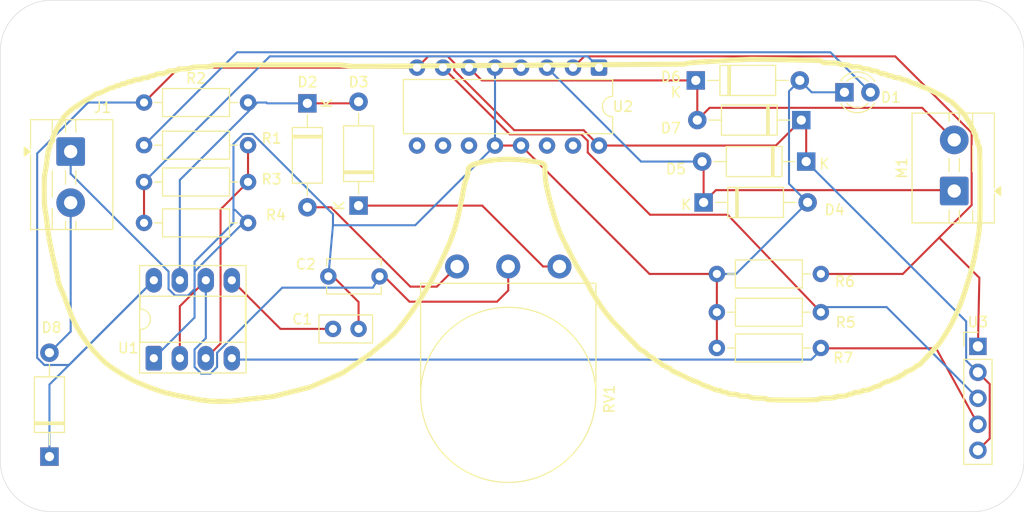
<source format=kicad_pcb>
(kicad_pcb (version 20241229) (generator "pcbnew") (generator_version "9.0")
  (layers (0 "F.Cu" signal) (2 "B.Cu" signal) (13 "F.Paste" user) (15 "B.Paste" user) (5 "F.SilkS" user "F.Silkscreen") (7 "B.SilkS" user "B.Silkscreen") (1 "F.Mask" user) (3 "B.Mask" user) (25 "Edge.Cuts" user))
  (net 0 "")
  (net 1 "Net-(U1-CV)")
  (net 2 "GND")
  (net 3 "Net-(U1-THR)")
  (net 4 "Net-(D1-A)")
  (net 5 "Net-(D2-A)")
  (net 6 "Net-(D2-K)")
  (net 7 "Net-(D3-K)")
  (net 8 "Net-(D4-K)")
  (net 9 "Net-(D6-K)")
  (net 10 "Net-(U1-Q)")
  (net 11 "Net-(U2-EN1,2)")
  (net 12 "Net-(U2-2A)")
  (net 13 "Net-(U2-1A)")
  (net 14 "Net-(U1-R)")
  (net 20 "+9V")
  (net 21 "VCC")
  (footprint "Capacitor_THT:C_Disc_D5.1mm_W3.2mm_P5.00mm" (layer "F.Cu") (at 89.5039 76.899 180)
    (property "Reference" "C2" (at 7.21118 1.183229 0) (layer "F.SilkS"))
    (property "Value" "470p")
    (pad "1" thru_hole circle (at 0 0 180) (size 1.6 1.6) (drill 0.8) (layers "*.Cu" "*.Mask") (net 3 "Net-(U1-THR)"))
    (pad "2" thru_hole circle (at 5 0 180) (size 1.6 1.6) (drill 0.8) (layers "*.Cu" "*.Mask") (net 2 "GND"))
  )
  (footprint "Diode_THT:D_A-405_P10.16mm_Horizontal" (layer "F.Cu") (at 120.394639 57.737081)
    (property "Reference" "D6" (at -2.440739 -0.338081 0) (layer "F.SilkS"))
    (property "Value" "4007")
    (fp_text user "K" (at -1.940739 1.161919 0) (layer "F.SilkS"))
    (pad "1" thru_hole rect (at 0 0) (size 1.8 1.8) (drill 0.9) (layers "*.Cu" "*.Mask") (net 9 "Net-(D6-K)"))
    (pad "2" thru_hole oval (at 10.16 0) (size 1.8 1.8) (drill 0.9) (layers "*.Cu" "*.Mask") (net 2 "GND"))
  )
  (footprint "Package_DIP:DIP-8_W7.62mm_Socket_LongPads" (layer "F.Cu") (at 67.4539 84.899 90)
    (property "Reference" "U1" (at 1 -2.5 180) (layer "F.SilkS"))
    (property "Value" "555")
    (pad "1" thru_hole roundrect (at 0 0 90) (size 2.4 1.6) (drill 0.8) (layers "*.Cu" "*.Mask") (roundrect_rratio 0.15625) (net 2 "GND"))
    (pad "2" thru_hole oval (at 0 2.54 90) (size 2.4 1.6) (drill 0.8) (layers "*.Cu" "*.Mask") (net 3 "Net-(U1-THR)"))
    (pad "3" thru_hole oval (at 0 5.08 90) (size 2.4 1.6) (drill 0.8) (layers "*.Cu" "*.Mask") (net 10 "Net-(U1-Q)"))
    (pad "4" thru_hole oval (at 0 7.62 90) (size 2.4 1.6) (drill 0.8) (layers "*.Cu" "*.Mask") (net 14 "Net-(U1-R)"))
    (pad "5" thru_hole oval (at 7.62 7.62 90) (size 2.4 1.6) (drill 0.8) (layers "*.Cu" "*.Mask") (net 1 "Net-(U1-CV)"))
    (pad "6" thru_hole oval (at 7.62 5.08 90) (size 2.4 1.6) (drill 0.8) (layers "*.Cu" "*.Mask") (net 3 "Net-(U1-THR)"))
    (pad "7" thru_hole oval (at 7.62 2.54 90) (size 2.4 1.6) (drill 0.8) (layers "*.Cu" "*.Mask") (net 6 "Net-(D2-K)"))
    (pad "8" thru_hole oval (at 7.62 0 90) (size 2.4 1.6) (drill 0.8) (layers "*.Cu" "*.Mask") (net 21 "VCC"))
  )
  (footprint "Diode_THT:D_A-405_P10.16mm_Horizontal" (layer "F.Cu") (at 130.701552 61.617072 180)
    (property "Reference" "D7" (at 12.747652 -0.781928 0) (layer "F.SilkS"))
    (property "Value" "4007" (hide yes))
    (pad "1" thru_hole rect (at 0 0 180) (size 1.8 1.8) (drill 0.9) (layers "*.Cu" "*.Mask") (net 21 "VCC"))
    (pad "2" thru_hole oval (at 10.16 0 180) (size 1.8 1.8) (drill 0.9) (layers "*.Cu" "*.Mask") (net 9 "Net-(D6-K)"))
  )
  (footprint "Resistor_THT:R_Axial_DIN0207_L6.3mm_D2.5mm_P10.16mm_Horizontal" (layer "F.Cu") (at 122.4539 80.399)
    (property "Reference" "R5" (at 12.58 1 180) (layer "F.SilkS"))
    (property "Value" "470k")
    (pad "1" thru_hole circle (at 0 0) (size 1.6 1.6) (drill 0.8) (layers "*.Cu" "*.Mask") (net 2 "GND"))
    (pad "2" thru_hole oval (at 10.16 0) (size 1.6 1.6) (drill 0.8) (layers "*.Cu" "*.Mask") (net 12 "Net-(U2-2A)"))
  )
  (footprint "LED_THT:LED_D3.0mm_Clear" (layer "F.Cu") (at 134.9139 58.899)
    (property "Reference" "D1" (at 4.54 0.5 0) (layer "F.SilkS"))
    (property "Value" "LED")
    (pad "1" thru_hole rect (at 0 0) (size 1.8 1.8) (drill 0.9) (layers "*.Cu" "*.Mask") (net 2 "GND"))
    (pad "2" thru_hole circle (at 2.54 0) (size 1.8 1.8) (drill 0.9) (layers "*.Cu" "*.Mask") (net 4 "Net-(D1-A)"))
  )
  (footprint "Capacitor_THT:C_Disc_D5.0mm_W2.5mm_P2.50mm" (layer "F.Cu") (at 84.9539 82.032326)
    (property "Reference" "C1" (at -3 -0.951223 0) (layer "F.SilkS"))
    (property "Value" "100n")
    (pad "1" thru_hole circle (at 0 0) (size 1.6 1.6) (drill 0.8) (layers "*.Cu" "*.Mask") (net 1 "Net-(U1-CV)"))
    (pad "2" thru_hole circle (at 2.5 0) (size 1.6 1.6) (drill 0.8) (layers "*.Cu" "*.Mask") (net 2 "GND"))
  )
  (footprint "TerminalBlock:TerminalBlock_MaiXu_MX126-5.0-02P_1x02_P5.00mm" (layer "F.Cu") (at 145.639567 68.551775 90)
    (property "Reference" "M1" (at 2.25 -5.12 90) (layer "F.SilkS"))
    (property "Value" "Motorreductor")
    (pad "1" thru_hole roundrect (at 0 0 90) (size 2.8 2.8) (drill 1.3) (layers "*.Cu" "*.Mask") (roundrect_rratio 0.089286) (net 8 "Net-(D4-K)"))
    (pad "2" thru_hole circle (at 5 0 90) (size 2.8 2.8) (drill 1.3) (layers "*.Cu" "*.Mask") (net 9 "Net-(D6-K)"))
  )
  (footprint "Connector_PinHeader_2.54mm:PinHeader_1x05_P2.54mm_Vertical" (layer "F.Cu") (at 147.9539 83.739)
    (property "Reference" "U3" (at 0 -2.38 0) (layer "F.SilkS"))
    (property "Value" "mst303")
    (pad "1" thru_hole rect (at 0 0) (size 1.7 1.7) (drill 1) (layers "*.Cu" "*.Mask") (net 13 "Net-(U2-1A)"))
    (pad "2" thru_hole circle (at 0 2.54) (size 1.7 1.7) (drill 1) (layers "*.Cu" "*.Mask") (net 21 "VCC"))
    (pad "3" thru_hole circle (at 0 5.08) (size 1.7 1.7) (drill 1) (layers "*.Cu" "*.Mask") (net 12 "Net-(U2-2A)"))
    (pad "4" thru_hole circle (at 0 7.62) (size 1.7 1.7) (drill 1) (layers "*.Cu" "*.Mask") (net 14 "Net-(U1-R)"))
    (pad "5" thru_hole circle (at 0 10.16) (size 1.7 1.7) (drill 1) (layers "*.Cu" "*.Mask") (net 21 "VCC"))
  )
  (footprint "Resistor_THT:R_Axial_DIN0207_L6.3mm_D2.5mm_P10.16mm_Horizontal" (layer "F.Cu") (at 66.497108 71.666498)
    (property "Reference" "R4" (at 12.880081 -0.767498 0) (layer "F.SilkS"))
    (property "Value" "100k")
    (pad "1" thru_hole circle (at 0 0) (size 1.6 1.6) (drill 0.8) (layers "*.Cu" "*.Mask") (net 11 "Net-(U2-EN1,2)"))
    (pad "2" thru_hole oval (at 10.16 0) (size 1.6 1.6) (drill 0.8) (layers "*.Cu" "*.Mask") (net 2 "GND"))
  )
  (footprint "Resistor_THT:R_Axial_DIN0207_L6.3mm_D2.5mm_P10.16mm_Horizontal" (layer "F.Cu") (at 66.497108 59.899)
    (property "Reference" "R2" (at 5.08 -2.37 0) (layer "F.SilkS"))
    (property "Value" "10k")
    (pad "1" thru_hole circle (at 0 0) (size 1.6 1.6) (drill 0.8) (layers "*.Cu" "*.Mask") (net 21 "VCC"))
    (pad "2" thru_hole oval (at 10.16 0) (size 1.6 1.6) (drill 0.8) (layers "*.Cu" "*.Mask") (net 6 "Net-(D2-K)"))
  )
  (footprint "Diode_THT:D_A-405_P10.16mm_Horizontal" (layer "F.Cu") (at 82.4539 59.979 -90)
    (property "Reference" "D2" (at -2.08 0 180) (layer "F.SilkS"))
    (property "Value" "4007" (hide yes))
    (fp_text user "K" (at 0 -1.9 90) (layer "F.SilkS"))
    (pad "1" thru_hole rect (at 0 0 270) (size 1.8 1.8) (drill 0.9) (layers "*.Cu" "*.Mask") (net 6 "Net-(D2-K)"))
    (pad "2" thru_hole oval (at 10.16 0 270) (size 1.8 1.8) (drill 0.9) (layers "*.Cu" "*.Mask") (net 5 "Net-(D2-A)"))
  )
  (footprint "Package_DIP:DIP-16_W7.62mm" (layer "F.Cu") (at 110.941579 56.48566 -90)
    (property "Reference" "U2" (at 3.81 -2.33 180) (layer "F.SilkS"))
    (property "Value" "L293D")
    (pad "1" thru_hole roundrect (at 0 0 270) (size 1.6 1.6) (drill 0.8) (layers "*.Cu" "*.Mask") (roundrect_rratio 0.15625) (net 11 "Net-(U2-EN1,2)"))
    (pad "2" thru_hole circle (at 0 2.54 270) (size 1.6 1.6) (drill 0.8) (layers "*.Cu" "*.Mask") (net 13 "Net-(U2-1A)"))
    (pad "3" thru_hole circle (at 0 5.08 270) (size 1.6 1.6) (drill 0.8) (layers "*.Cu" "*.Mask") (net 8 "Net-(D4-K)"))
    (pad "4" thru_hole circle (at 0 7.62 270) (size 1.6 1.6) (drill 0.8) (layers "*.Cu" "*.Mask") (net 2 "GND"))
    (pad "5" thru_hole circle (at 0 10.16 270) (size 1.6 1.6) (drill 0.8) (layers "*.Cu" "*.Mask") (net 2 "GND"))
    (pad "6" thru_hole circle (at 0 12.7 270) (size 1.6 1.6) (drill 0.8) (layers "*.Cu" "*.Mask") (net 9 "Net-(D6-K)"))
    (pad "7" thru_hole circle (at 0 15.24 270) (size 1.6 1.6) (drill 0.8) (layers "*.Cu" "*.Mask") (net 12 "Net-(U2-2A)"))
    (pad "8" thru_hole circle (at 0 17.78 270) (size 1.6 1.6) (drill 0.8) (layers "*.Cu" "*.Mask") (net 21 "VCC"))
    (pad "9" thru_hole circle (at 7.62 17.78 270) (size 1.6 1.6) (drill 0.8) (layers "*.Cu" "*.Mask"))
    (pad "10" thru_hole circle (at 7.62 15.24 270) (size 1.6 1.6) (drill 0.8) (layers "*.Cu" "*.Mask"))
    (pad "11" thru_hole circle (at 7.62 12.7 270) (size 1.6 1.6) (drill 0.8) (layers "*.Cu" "*.Mask"))
    (pad "12" thru_hole circle (at 7.62 10.16 270) (size 1.6 1.6) (drill 0.8) (layers "*.Cu" "*.Mask") (net 2 "GND"))
    (pad "13" thru_hole circle (at 7.62 7.62 270) (size 1.6 1.6) (drill 0.8) (layers "*.Cu" "*.Mask") (net 2 "GND"))
    (pad "14" thru_hole circle (at 7.62 5.08 270) (size 1.6 1.6) (drill 0.8) (layers "*.Cu" "*.Mask"))
    (pad "15" thru_hole circle (at 7.62 2.54 270) (size 1.6 1.6) (drill 0.8) (layers "*.Cu" "*.Mask"))
    (pad "16" thru_hole circle (at 7.62 0 270) (size 1.6 1.6) (drill 0.8) (layers "*.Cu" "*.Mask") (net 21 "VCC"))
  )
  (footprint "Diode_THT:D_A-405_P10.16mm_Horizontal" (layer "F.Cu") (at 57.259245 94.519 90)
    (property "Reference" "D8" (at 12.62 0.194655 180) (layer "F.SilkS"))
    (property "Value" "4007")
    (pad "1" thru_hole rect (at 0 0 90) (size 1.8 1.8) (drill 0.9) (layers "*.Cu" "*.Mask") (net 21 "VCC"))
    (pad "2" thru_hole oval (at 10.16 0 90) (size 1.8 1.8) (drill 0.9) (layers "*.Cu" "*.Mask") (net 20 "+9V"))
  )
  (footprint "Diode_THT:D_A-405_P10.16mm_Horizontal" (layer "F.Cu") (at 121.158586 69.666418)
    (property "Reference" "D4" (at 12.795314 0.732582 0) (layer "F.SilkS"))
    (property "Value" "4007" (hide yes))
    (fp_text user "K" (at -1.704686 0.232582 0) (layer "F.SilkS"))
    (pad "1" thru_hole rect (at 0 0) (size 1.8 1.8) (drill 0.9) (layers "*.Cu" "*.Mask") (net 8 "Net-(D4-K)"))
    (pad "2" thru_hole oval (at 10.16 0) (size 1.8 1.8) (drill 0.9) (layers "*.Cu" "*.Mask") (net 2 "GND"))
  )
  (footprint "Resistor_THT:R_Axial_DIN0207_L6.3mm_D2.5mm_P10.16mm_Horizontal" (layer "F.Cu") (at 122.4539 76.659568)
    (property "Reference" "R6" (at 12.5 0.739432 180) (layer "F.SilkS"))
    (property "Value" "470k" (hide yes))
    (pad "1" thru_hole circle (at 0 0) (size 1.6 1.6) (drill 0.8) (layers "*.Cu" "*.Mask") (net 2 "GND"))
    (pad "2" thru_hole oval (at 10.16 0) (size 1.6 1.6) (drill 0.8) (layers "*.Cu" "*.Mask") (net 13 "Net-(U2-1A)"))
  )
  (footprint "Resistor_THT:R_Axial_DIN0207_L6.3mm_D2.5mm_P10.16mm_Horizontal" (layer "F.Cu") (at 76.657108 64.070328 180)
    (property "Reference" "R1" (at -2.296792 0.671328 0) (layer "F.SilkS"))
    (property "Value" "1k")
    (pad "1" thru_hole circle (at 0 0 180) (size 1.6 1.6) (drill 0.8) (layers "*.Cu" "*.Mask") (net 10 "Net-(U1-Q)"))
    (pad "2" thru_hole oval (at 10.16 0 180) (size 1.6 1.6) (drill 0.8) (layers "*.Cu" "*.Mask") (net 4 "Net-(D1-A)"))
  )
  (footprint "Resistor_THT:R_Axial_DIN0207_L6.3mm_D2.5mm_P10.16mm_Horizontal" (layer "F.Cu") (at 122.4539 83.899)
    (property "Reference" "R7" (at 12.339982 0.967238 180) (layer "F.SilkS"))
    (property "Value" "100k")
    (pad "1" thru_hole circle (at 0 0) (size 1.6 1.6) (drill 0.8) (layers "*.Cu" "*.Mask") (net 2 "GND"))
    (pad "2" thru_hole oval (at 10.16 0) (size 1.6 1.6) (drill 0.8) (layers "*.Cu" "*.Mask") (net 14 "Net-(U1-R)"))
  )
  (footprint "Diode_THT:D_A-405_P10.16mm_Horizontal" (layer "F.Cu") (at 131.178053 65.670384 180)
    (property "Reference" "D5" (at 12.724153 -0.728616 0) (layer "F.SilkS"))
    (property "Value" "4007" (hide yes))
    (fp_text user "K" (at -1.775847 -0.228616 0) (layer "F.SilkS"))
    (pad "1" thru_hole rect (at 0 0 180) (size 1.8 1.8) (drill 0.9) (layers "*.Cu" "*.Mask") (net 21 "VCC"))
    (pad "2" thru_hole oval (at 10.16 0 180) (size 1.8 1.8) (drill 0.9) (layers "*.Cu" "*.Mask") (net 8 "Net-(D4-K)"))
  )
  (footprint "TerminalBlock:TerminalBlock_MaiXu_MX126-5.0-02P_1x02_P5.00mm" (layer "F.Cu") (at 59.332944 64.693835 -90)
    (property "Reference" "J1" (at -4.294835 -3.120956 180) (layer "F.SilkS"))
    (property "Value" "Batería 9v")
    (pad "1" thru_hole roundrect (at 0 0 270) (size 2.8 2.8) (drill 1.3) (layers "*.Cu" "*.Mask") (roundrect_rratio 0.089286) (net 2 "GND"))
    (pad "2" thru_hole circle (at 5 0 270) (size 2.8 2.8) (drill 1.3) (layers "*.Cu" "*.Mask") (net 20 "+9V"))
  )
  (footprint "Resistor_THT:R_Axial_DIN0207_L6.3mm_D2.5mm_P10.16mm_Horizontal" (layer "F.Cu") (at 76.657108 67.666498 180)
    (property "Reference" "R3" (at -2.296792 0.267498 0) (layer "F.SilkS"))
    (property "Value" "1k")
    (pad "1" thru_hole circle (at 0 0 180) (size 1.6 1.6) (drill 0.8) (layers "*.Cu" "*.Mask") (net 10 "Net-(U1-Q)"))
    (pad "2" thru_hole oval (at 10.16 0 180) (size 1.6 1.6) (drill 0.8) (layers "*.Cu" "*.Mask") (net 11 "Net-(U2-EN1,2)"))
  )
  (footprint "Potentiometer_THT:Potentiometer_Omeg_PC16BU_Vertical" (layer "F.Cu") (at 97.074328 75.930214 -90)
    (property "Reference" "RV1" (at 12.968786 -14.879572 270) (layer "F.SilkS"))
    (property "Value" "500k")
    (pad "1" thru_hole circle (at 0 0 270) (size 2.34 2.34) (drill 1.3) (layers "*.Cu" "*.Mask") (net 5 "Net-(D2-A)"))
    (pad "2" thru_hole circle (at 0 -5 270) (size 2.34 2.34) (drill 1.3) (layers "*.Cu" "*.Mask") (net 3 "Net-(U1-THR)"))
    (pad "3" thru_hole circle (at 0 -10 270) (size 2.34 2.34) (drill 1.3) (layers "*.Cu" "*.Mask") (net 7 "Net-(D3-K)"))
  )
  (footprint "Diode_THT:D_A-405_P10.16mm_Horizontal" (layer "F.Cu") (at 87.4539 69.979 90)
    (property "Reference" "D3" (at 12.08 0 180) (layer "F.SilkS"))
    (property "Value" "4007")
    (fp_text user "K" (at 0 -1.9 90) (layer "F.SilkS"))
    (pad "1" thru_hole rect (at 0 0 90) (size 1.8 1.8) (drill 0.9) (layers "*.Cu" "*.Mask") (net 7 "Net-(D3-K)"))
    (pad "2" thru_hole oval (at 10.16 0 90) (size 1.8 1.8) (drill 0.9) (layers "*.Cu" "*.Mask") (net 6 "Net-(D2-K)"))
  )
  (gr_poly (pts (xy 129.022968 55.711672) (xy 132.540823 55.793954) (xy 132.80014 55.942805) (xy 132.849675 55.975191) (xy 133.059576 56.000378) (xy 133.316978 56.01837) (xy 133.612641 56.024365) (xy 133.909026 56.031325) (xy 134.168467 56.052793) (xy 134.37789 56.082899) (xy 134.434501 56.121041) (xy 134.482599 56.158586) (xy 134.601223 56.189289) (xy 134.751394 56.21064) (xy 134.917996 56.217716) (xy 135.084598 56.224795) (xy 135.234769 56.246144) (xy 135.353398 56.276849) (xy 135.401496 56.314392) (xy 135.452712 56.352173) (xy 135.596517 56.382759) (xy 135.777879 56.40411) (xy 135.981544 56.411067) (xy 136.185328 56.418146) (xy 136.366685 56.439492) (xy 136.510496 56.469961) (xy 136.561712 56.50774) (xy 136.608014 56.545286) (xy 136.714285 56.57611) (xy 136.848742 56.597461) (xy 136.996875 56.604538) (xy 137.145007 56.611617) (xy 137.279459 56.632844) (xy 137.385735 56.663671) (xy 137.432033 56.701213) (xy 137.475814 56.738515) (xy 137.568404 56.769461) (xy 137.685357 56.790813) (xy 137.812613 56.797889) (xy 137.944316 56.808566) (xy 138.074576 56.840469) (xy 138.185049 56.887247) (xy 138.253893 56.942904) (xy 138.322738 56.998555) (xy 138.433092 57.045335) (xy 138.563471 57.077239) (xy 138.695168 57.087913) (xy 138.82231 57.095109) (xy 138.939252 57.116341) (xy 139.031972 57.147284) (xy 139.075748 57.184589) (xy 139.114736 57.221771) (xy 139.18562 57.252959) (xy 139.273302 57.274188) (xy 139.365778 57.281384) (xy 139.458373 57.28846) (xy 139.546055 57.309689) (xy 139.616944 57.340877) (xy 139.655926 57.378059) (xy 139.702338 57.415483) (xy 139.810051 57.446307) (xy 139.946433 57.467658) (xy 140.096719 57.474735) (xy 140.242812 57.481694) (xy 140.365871 57.503162) (xy 140.453673 57.533987) (xy 140.477787 57.57141) (xy 140.495291 57.608471) (xy 140.547949 57.639658) (xy 140.625198 57.661009) (xy 140.71659 57.668086) (xy 140.832095 57.681398) (xy 140.986344 57.724938) (xy 141.150316 57.78743) (xy 141.299647 57.861434) (xy 141.441653 57.935563) (xy 141.583669 57.998052) (xy 141.708045 58.043032) (xy 141.783136 58.054907) (xy 141.858217 58.06678) (xy 141.982604 58.111641) (xy 142.12462 58.174252) (xy 142.266636 58.248256) (xy 142.406722 58.322263) (xy 142.543104 58.384874) (xy 142.660529 58.430572) (xy 142.724341 58.441607) (xy 142.950309 58.493425) (xy 143.780813 58.902435) (xy 144.580718 59.314803) (xy 144.860433 59.51391) (xy 144.943794 59.584557) (xy 145.030039 59.644408) (xy 145.107879 59.686989) (xy 145.159334 59.698626) (xy 145.31682 59.762676) (xy 146.012135 60.448759) (xy 146.698703 61.143714) (xy 146.762754 61.300962) (xy 146.775465 61.354216) (xy 146.819604 61.428822) (xy 146.882213 61.509184) (xy 146.956214 61.584151) (xy 147.030226 61.664277) (xy 147.09271 61.760109) (xy 147.135781 61.856663) (xy 147.149571 61.937507) (xy 147.156647 62.005755) (xy 147.177991 62.063567) (xy 147.209305 62.102311) (xy 147.246244 62.115987) (xy 147.283193 62.130617) (xy 147.314497 62.172718) (xy 147.335851 62.235329) (xy 147.342917 62.309335) (xy 147.350118 62.383342) (xy 147.371347 62.445953) (xy 147.402662 62.488051) (xy 147.4396 62.502687) (xy 147.476538 62.517322) (xy 147.507967 62.559539) (xy 147.529197 62.62215) (xy 147.536273 62.696157) (xy 147.543464 62.770161) (xy 147.564693 62.832656) (xy 147.596122 62.874873) (xy 147.63307 62.889508) (xy 147.670133 62.909417) (xy 147.701313 62.972988) (xy 147.722667 63.064865) (xy 147.729743 63.173895) (xy 147.73682 63.287123) (xy 147.758174 63.392193) (xy 147.789115 63.476034) (xy 147.826416 63.518015) (xy 147.863594 63.556157) (xy 147.89467 63.623806) (xy 147.915899 63.707166) (xy 147.9231 63.794488) (xy 147.931847 63.886126) (xy 147.957994 63.982441) (xy 147.996375 64.0688) (xy 148.041957 64.130091) (xy 148.105644 64.274027) (xy 148.135631 65.063021) (xy 148.156507 66.21173) (xy 148.162857 68.137916) (xy 148.15795 70.480671) (xy 148.131553 71.615943) (xy 148.06991 72.411656) (xy 147.950191 73.235555) (xy 147.657776 74.812584) (xy 147.435522 75.81592) (xy 147.151013 76.843365) (xy 146.620375 78.553653) (xy 146.278539 79.525083) (xy 145.850208 80.551682) (xy 145.395865 81.501525) (xy 144.977734 82.227906) (xy 144.808979 82.490942) (xy 144.636976 82.761298) (xy 144.484771 83.002633) (xy 144.386531 83.161194) (xy 144.044684 83.619381) (xy 143.185045 84.551351) (xy 142.24576 85.539336) (xy 142.074961 85.612139) (xy 142.019304 85.622339) (xy 141.953095 85.654245) (xy 141.887612 85.700423) (xy 141.833159 85.755234) (xy 141.689099 85.884177) (xy 141.437212 86.03398) (xy 141.176941 86.159202) (xy 141.016092 86.192307) (xy 140.964762 86.20551) (xy 140.898304 86.249162) (xy 140.829221 86.311651) (xy 140.76793 86.385658) (xy 140.701835 86.459665) (xy 140.618838 86.522279) (xy 140.532478 86.5651) (xy 140.456433 86.579134) (xy 140.390587 86.586205) (xy 140.33493 86.607434) (xy 140.297629 86.638863) (xy 140.28443 86.675807) (xy 140.273515 86.712631) (xy 140.242688 86.74406) (xy 140.196639 86.765289) (xy 140.1423 86.772485) (xy 140.066006 86.78436) (xy 139.940799 86.82934) (xy 139.798181 86.891829) (xy 139.655926 86.965836) (xy 139.514751 87.039843) (xy 139.37537 87.102451) (xy 139.25435 87.14767) (xy 139.184421 87.159301) (xy 139.023817 87.190606) (xy 138.755618 87.311512) (xy 138.497858 87.451489) (xy 138.395069 87.552125) (xy 138.360522 87.586906) (xy 138.301389 87.616047) (xy 138.229183 87.635963) (xy 138.15446 87.642682) (xy 138.060423 87.655392) (xy 137.922843 87.699537) (xy 137.770757 87.762026) (xy 137.625384 87.836033) (xy 137.469091 87.910154) (xy 137.283662 87.972648) (xy 137.098943 88.015589) (xy 136.945534 88.029498) (xy 136.81708 88.036455) (xy 136.708651 88.057928) (xy 136.632481 88.088869) (xy 136.610053 88.126176) (xy 136.586064 88.163597) (xy 136.498148 88.194424) (xy 136.375084 88.215897) (xy 136.22899 88.222849) (xy 136.078699 88.229931) (xy 135.942318 88.251279) (xy 135.834734 88.282106) (xy 135.788193 88.319527) (xy 135.74921 88.35671) (xy 135.678322 88.387889) (xy 135.59065 88.409119) (xy 135.498174 88.4162) (xy 135.405568 88.423396) (xy 135.317891 88.444625) (xy 135.247003 88.475815) (xy 135.208025 88.512998) (xy 135.15681 88.550777) (xy 135.012993 88.581241) (xy 134.831642 88.602594) (xy 134.627977 88.609666) (xy 134.424183 88.616628) (xy 134.242831 88.637976) (xy 134.099015 88.668565) (xy 134.047799 88.706349) (xy 133.991069 88.744486) (xy 133.781645 88.774592) (xy 133.522209 88.795946) (xy 133.225825 88.803017) (xy 132.929559 88.809979) (xy 132.670124 88.831447) (xy 132.460695 88.861558) (xy 132.403959 88.899695) (xy 132.329475 88.943601) (xy 131.69389 88.970703) (xy 130.895178 88.99037) (xy 129.835952 88.996368) (xy 128.759086 88.990614) (xy 127.978854 88.971305) (xy 127.370609 88.944794) (xy 127.327673 88.899695) (xy 127.294813 88.859753) (xy 127.111537 88.830254) (xy 126.866487 88.809621) (xy 126.559784 88.803017) (xy 126.261251 88.795946) (xy 126.000005 88.774592) (xy 125.789025 88.744486) (xy 125.732175 88.706349) (xy 125.680959 88.668565) (xy 125.537138 88.637976) (xy 125.355787 88.616628) (xy 125.152122 88.609666) (xy 124.948332 88.602594) (xy 124.766981 88.581241) (xy 124.623165 88.550777) (xy 124.571949 88.512998) (xy 124.52217 88.475214) (xy 124.39107 88.444625) (xy 124.225314 88.423282) (xy 124.040118 88.4162) (xy 123.854922 88.409243) (xy 123.689156 88.387889) (xy 123.558055 88.357187) (xy 123.508282 88.319527) (xy 123.469299 88.282345) (xy 123.39841 88.251279) (xy 123.310739 88.230045) (xy 123.218263 88.222849) (xy 123.125657 88.215653) (xy 123.037975 88.194424) (xy 122.967097 88.163364) (xy 122.928114 88.126176) (xy 122.887088 88.088869) (xy 122.807685 88.057928) (xy 122.708496 88.03658) (xy 122.60222 88.029498) (xy 122.470523 88.015107) (xy 122.288093 87.967009) (xy 122.090664 87.898164) (xy 121.9069 87.816718) (xy 121.736942 87.736833) (xy 121.581499 87.672544) (xy 121.450995 87.626007) (xy 121.401818 87.62457) (xy 121.352641 87.62193) (xy 121.220343 87.567715) (xy 121.062856 87.493709) (xy 120.890734 87.402192) (xy 120.714898 87.309115) (xy 120.546376 87.230548) (xy 120.402441 87.172494) (xy 120.329513 87.159301) (xy 120.245317 87.141906) (xy 119.961524 87.017166) (xy 119.626759 86.861002) (xy 119.253856 86.675807) (xy 118.882267 86.490492) (xy 118.551937 86.334328) (xy 118.27067 86.207658) (xy 118.197981 86.192307) (xy 118.148804 86.179) (xy 118.087394 86.135457) (xy 118.025024 86.072962) (xy 117.970924 85.998961) (xy 117.910479 85.924954) (xy 117.829032 85.862346) (xy 117.740157 85.819768) (xy 117.657632 85.805491) (xy 117.583864 85.798414) (xy 117.521618 85.77718) (xy 117.479637 85.745761) (xy 117.465007 85.708812) (xy 117.450128 85.671874) (xy 117.407311 85.640569) (xy 117.343738 85.619335) (xy 117.268652 85.612139) (xy 117.189494 85.601582) (xy 117.113925 85.570641) (xy 117.053356 85.52482) (xy 117.017968 85.47085) (xy 116.984625 85.412672) (xy 116.928973 85.354857) (xy 116.861203 85.306043) (xy 116.791035 85.274614) (xy 116.706113 85.237676) (xy 116.587609 85.165827) (xy 116.459746 85.076469) (xy 116.340759 84.980989) (xy 116.226821 84.889598) (xy 116.114428 84.812349) (xy 116.016194 84.755862) (xy 115.960179 84.742062) (xy 115.904527 84.725751) (xy 115.806054 84.656782) (xy 115.693423 84.562988) (xy 115.579599 84.451799) (xy 115.465525 84.340735) (xy 115.35278 84.246931) (xy 115.253829 84.178205) (xy 115.197695 84.161775) (xy 115.002066 84.08009) (xy 113.580962 82.635235) (xy 112.295877 81.298939) (xy 111.691959 80.581072) (xy 111.174996 79.860326) (xy 110.64592 79.064255) (xy 110.190249 78.330435) (xy 109.947487 77.863848) (xy 109.839894 77.646751) (xy 109.656503 77.321101) (xy 109.440839 76.958865) (xy 109.220863 76.609112) (xy 108.990568 76.241719) (xy 108.743604 75.825513) (xy 108.516666 75.424658) (xy 108.352103 75.110406) (xy 108.190539 74.787391) (xy 107.971761 74.355834) (xy 107.737026 73.896209) (xy 107.521127 73.477243) (xy 107.167052 72.725789) (xy 106.859275 71.928037) (xy 106.545142 70.938376) (xy 106.163239 69.561297) (xy 105.91807 68.586505) (xy 105.771619 67.860244) (xy 105.694374 67.23713) (xy 105.668585 66.600948) (xy 105.650593 66.085905) (xy 105.560758 65.911625) (xy 105.353493 65.812556) (xy 104.513521 65.64847) (xy 103.249307 65.481386) (xy 101.918525 65.436167) (xy 100.638239 65.511253) (xy 99.528632 65.706762) (xy 98.745277 65.922302) (xy 98.37129 66.103182) (xy 98.190173 66.33467) (xy 98.126599 66.680231) (xy 98.116529 66.843834) (xy 98.086299 67.024112) (xy 98.042164 67.193474) (xy 97.989501 67.321933) (xy 97.929653 67.462388) (xy 97.861524 67.67841) (xy 97.796996 67.923097) (xy 97.746257 68.163223) (xy 97.471942 69.624985) (xy 97.289029 70.519892) (xy 97.120269 71.230081) (xy 96.910965 71.996767) (xy 96.662082 72.781923) (xy 96.378169 73.535172) (xy 95.979355 74.45839) (xy 95.337176 75.846265) (xy 94.668003 77.146344) (xy 93.796727 78.620339) (xy 92.855284 80.061111) (xy 91.969733 81.261036) (xy 91.290369 82.106169) (xy 90.913261 82.532326) (xy 90.542396 82.880171) (xy 89.948547 83.365818) (xy 89.609466 83.637254) (xy 89.222885 83.952948) (xy 88.84962 84.262764) (xy 88.554076 84.513687) (xy 85.922253 86.331205) (xy 82.752483 87.717404) (xy 79.11001 88.645774) (xy 75.065483 89.094006) (xy 73.922055 89.123152) (xy 72.953383 89.087884) (xy 72.040367 88.981499) (xy 71.070135 88.794628) (xy 70.840561 88.746047) (xy 70.509154 88.682479) (xy 70.143565 88.61627) (xy 69.795725 88.557018) (xy 68.544227 88.266511) (xy 67.034125 87.75207) (xy 65.572122 87.138072) (xy 64.47529 86.536431) (xy 64.180839 86.34764) (xy 63.893811 86.164722) (xy 63.647397 86.008559) (xy 63.510757 85.923393) (xy 62.917069 85.498548) (xy 62.263383 84.910469) (xy 61.605621 84.216944) (xy 60.996998 83.468976) (xy 60.370924 82.576108) (xy 59.868992 81.723062) (xy 59.439615 80.814724) (xy 59.032968 79.753453) (xy 58.882665 79.336287) (xy 58.707882 78.878457) (xy 58.535894 78.449058) (xy 58.396915 78.126889) (xy 58.281708 77.856891) (xy 58.184396 77.594212) (xy 58.113401 77.368478) (xy 58.095998 77.245175) (xy 58.08248 77.106158) (xy 58.010442 76.754485) (xy 57.916285 76.335757) (xy 57.804749 75.880687) (xy 57.547983 74.79771) (xy 57.323328 73.696617) (xy 57.144323 72.650584) (xy 57.026189 71.736849) (xy 56.984377 71.373897) (xy 56.93376 71.003148) (xy 56.8821 70.67438) (xy 56.838896 70.461237) (xy 56.761052 69.862118) (xy 56.744944 68.524857) (xy 56.760668 67.17848) (xy 56.840755 66.659842) (xy 56.884859 66.472369) (xy 56.938594 66.152473) (xy 56.991453 65.782087) (xy 57.035569 65.406896) (xy 57.079421 65.049345) (xy 57.131621 64.732572) (xy 57.1855 64.472171) (xy 57.227204 64.396489) (xy 57.263775 64.345029) (xy 57.294481 64.267308) (xy 57.315436 64.178189) (xy 57.322464 64.090631) (xy 57.333463 64.00091) (xy 57.366352 63.905555) (xy 57.414677 63.818957) (xy 57.471903 63.756104) (xy 57.525386 63.699133) (xy 57.563073 63.631001) (xy 57.580033 63.562515) (xy 57.572428 63.504583) (xy 57.577574 63.332103) (xy 57.886047 62.674085) (xy 58.205843 62.050255) (xy 58.428604 61.73564) (xy 58.486345 61.664992) (xy 58.535151 61.590508) (xy 58.569634 61.522621) (xy 58.579458 61.475841) (xy 58.628516 61.353021) (xy 58.998555 60.973753) (xy 59.371559 60.619078) (xy 59.619148 60.437844) (xy 59.719505 60.376792) (xy 59.877869 60.275317) (xy 60.057042 60.158133) (xy 60.233575 60.040107) (xy 60.425871 59.914762) (xy 60.653453 59.77539) (xy 60.879632 59.643449) (xy 61.06647 59.542096) (xy 61.234068 59.4501) (xy 61.400167 59.347788) (xy 61.542901 59.250152) (xy 61.629357 59.176504) (xy 61.701587 59.117374) (xy 61.79055 59.067237) (xy 61.881888 59.032931) (xy 61.960775 59.02178) (xy 62.060964 59.005344) (xy 62.247527 58.936616) (xy 62.464807 58.842823) (xy 62.688874 58.731753) (xy 62.913051 58.620686) (xy 63.130582 58.526887) (xy 63.317467 58.458159) (xy 63.418184 58.441607) (xy 63.490654 58.434531) (xy 63.561349 58.413179) (xy 63.620087 58.381995) (xy 63.655806 58.344932) (xy 63.694788 58.307749) (xy 63.765663 58.276684) (xy 63.853331 58.255454) (xy 63.945881 58.248256) (xy 64.038417 58.24106) (xy 64.126096 58.219831) (xy 64.196971 58.188765) (xy 64.235953 58.151583) (xy 64.274948 58.114401) (xy 64.345811 58.083332) (xy 64.433491 58.061981) (xy 64.526027 58.054907) (xy 64.618564 58.047709) (xy 64.706244 58.02648) (xy 64.777131 57.995292) (xy 64.816112 57.958232) (xy 64.858094 57.920928) (xy 64.941815 57.889862) (xy 65.047005 57.868633) (xy 65.160233 57.861434) (xy 65.269143 57.85448) (xy 65.36102 57.833129) (xy 65.424591 57.801944) (xy 65.444622 57.764761) (xy 65.46873 57.727335) (xy 65.55653 57.696511) (xy 65.679593 57.67516) (xy 65.825685 57.668086) (xy 65.975975 57.661009) (xy 66.112352 57.639658) (xy 66.220062 57.608951) (xy 66.266481 57.57141) (xy 66.31062 57.533987) (xy 66.404777 57.503162) (xy 66.523641 57.481811) (xy 66.653301 57.474735) (xy 66.782841 57.467658) (xy 66.901826 57.446307) (xy 66.995983 57.415363) (xy 67.040002 57.378059) (xy 67.078985 57.340877) (xy 67.149872 57.309689) (xy 67.237551 57.28846) (xy 67.330148 57.281384) (xy 67.422625 57.274188) (xy 67.510305 57.252959) (xy 67.581192 57.221771) (xy 67.620173 57.184589) (xy 67.668751 57.147048) (xy 67.790614 57.116341) (xy 67.944744 57.094992) (xy 68.116263 57.087913) (xy 68.302177 57.077841) (xy 68.471779 57.047732) (xy 68.610075 57.001673) (xy 68.697634 56.942904) (xy 68.783875 56.884848) (xy 68.920611 56.838669) (xy 69.086495 56.808081) (xy 69.265212 56.797889) (xy 69.431335 56.790813) (xy 69.581145 56.769461) (xy 69.699289 56.738756) (xy 69.747387 56.701213) (xy 69.801244 56.663191) (xy 69.970844 56.632844) (xy 70.183507 56.611495) (xy 70.424234 56.604538) (xy 70.664964 56.597461) (xy 70.877624 56.57611) (xy 71.047345 56.545766) (xy 71.101081 56.50774) (xy 71.161055 56.468999) (xy 71.421453 56.439256) (xy 71.742424 56.418024) (xy 72.116411 56.411067) (xy 72.490277 56.404232) (xy 72.811249 56.383003) (xy 73.071648 56.353252) (xy 73.13162 56.314392) (xy 73.287069 56.227672) (xy 79.56688 56.219275) (xy 85.604881 56.2176) (xy 86.330185 56.299878) (xy 86.938064 56.366567) (xy 103.0057 56.258499) (xy 119.238624 56.147429) (xy 119.493381 56.074022) (xy 119.581779 56.044157) (xy 120.073797 55.998098) (xy 120.650727 55.952281) (xy 121.314261 55.911021) (xy 122.029487 55.869877) (xy 122.76379 55.824897) (xy 123.41785 55.78232) (xy 123.846767 55.751013) (xy 125.807857 55.674848)) (stroke (width 0.5)) (fill no) (layer "F.SilkS"))
  (gr_arc (start 152.4539 94.899) (mid 150.989434 98.434534) (end 147.4539 99.899) (stroke (width 0.05)) (layer "Edge.Cuts"))
  (gr_arc (start 52.4539 54.899) (mid 53.918366 51.363466) (end 57.4539 49.899) (stroke (width 0.05)) (layer "Edge.Cuts"))
  (gr_arc (start 147.4539 49.899) (mid 150.989434 51.363466) (end 152.4539 54.899) (stroke (width 0.05)) (layer "Edge.Cuts"))
  (gr_line (start 52.4539 94.899) (end 52.4539 54.899) (stroke (width 0.05)) (layer "Edge.Cuts"))
  (gr_line (start 152.4539 54.899) (end 152.4539 94.899) (stroke (width 0.05)) (layer "Edge.Cuts"))
  (gr_arc (start 57.4539 99.899) (mid 53.918366 98.434534) (end 52.4539 94.899) (stroke (width 0.05)) (layer "Edge.Cuts"))
  (gr_line (start 57.4539 49.899) (end 147.4539 49.899) (stroke (width 0.05)) (layer "Edge.Cuts"))
  (gr_line (start 147.4539 99.899) (end 57.4539 99.899) (stroke (width 0.05)) (layer "Edge.Cuts"))
  (segment (start 79.827226 82.032326) (end 75.0739 77.279) (width 0.2) (layer "F.Cu") (net 1))
  (segment (start 84.9539 82.032326) (end 79.827226 82.032326) (width 0.2) (layer "F.Cu") (net 1))
  (segment (start 115.875487 76.659568) (end 103.321579 64.10566) (width 0.2) (layer "F.Cu") (net 2))
  (segment (start 122.4539 80.399) (end 122.4539 79.979) (width 0.2) (layer "F.Cu") (net 2))
  (segment (start 122.4539 76.659568) (end 115.875487 76.659568) (width 0.2) (layer "F.Cu") (net 2))
  (segment (start 122.4539 83.899) (end 122.4539 80.399) (width 0.2) (layer "F.Cu") (net 2))
  (segment (start 100.781579 56.48566) (end 103.321579 56.48566) (width 0.2) (layer "F.Cu") (net 2))
  (segment (start 122.4539 76.659568) (end 122.4539 80.399) (width 0.2) (layer "F.Cu") (net 2))
  (segment (start 87.4539 79.399) (end 84.9539 76.899) (width 0.2) (layer "F.Cu") (net 2))
  (segment (start 100.781579 64.10566) (end 103.321579 64.10566) (width 0.2) (layer "F.Cu") (net 2))
  (segment (start 87.4539 82.032326) (end 87.4539 79.399) (width 0.2) (layer "F.Cu") (net 2))
  (segment (start 69.537851 78.78) (end 70.787949 78.78) (width 0.2) (layer "B.Cu") (net 2))
  (segment (start 100.781579 56.48566) (end 100.781579 64.10566) (width 0.2) (layer "B.Cu") (net 2))
  (segment (start 75.38961 70.399) (end 75.233819 70.399) (width 0.2) (layer "B.Cu") (net 2))
  (segment (start 75.233819 63.936567) (end 76.201058 62.969328) (width 0.2) (layer "B.Cu") (net 2))
  (segment (start 70.787949 78.78) (end 71.4329 78.135049) (width 0.2) (layer "B.Cu") (net 2))
  (segment (start 76.189353 71.666498) (end 76.657108 71.666498) (width 0.2) (layer "B.Cu") (net 2))
  (segment (start 131.716558 58.899) (end 130.554639 57.737081) (width 0.2) (layer "B.Cu") (net 2))
  (segment (start 71.4329 75.467417) (end 71.4329 80.92) (width 0.2) (layer "B.Cu") (net 2))
  (segment (start 129.500552 58.791168) (end 129.500552 67.848384) (width 0.2) (layer "B.Cu") (net 2))
  (segment (start 76.201058 62.969328) (end 77.113158 62.969328) (width 0.2) (layer "B.Cu") (net 2))
  (segment (start 75.233819 70.399) (end 75.233819 63.936567) (width 0.2) (layer "B.Cu") (net 2))
  (segment (start 71.4329 80.92) (end 67.4539 84.899) (width 0.2) (layer "B.Cu") (net 2))
  (segment (start 122.4539 76.659568) (end 124.325436 76.659568) (width 0.2) (layer "B.Cu") (net 2))
  (segment (start 84.9539 71.899) (end 92.988239 71.899) (width 0.2) (layer "B.Cu") (net 2))
  (segment (start 68.8929 76.422951) (end 68.8929 78.135049) (width 0.2) (layer "B.Cu") (net 2))
  (segment (start 75.233819 71.666498) (end 75.233819 70.399) (width 0.2) (layer "B.Cu") (net 2))
  (segment (start 134.9139 58.899) (end 131.716558 58.899) (width 0.2) (layer "B.Cu") (net 2))
  (segment (start 130.554639 57.737081) (end 129.500552 58.791168) (width 0.2) (layer "B.Cu") (net 2))
  (segment (start 124.325436 76.659568) (end 131.318586 69.666418) (width 0.2) (layer "B.Cu") (net 2))
  (segment (start 84.9539 71.899) (end 84.5039 76.899) (width 0.2) (layer "B.Cu") (net 2))
  (segment (start 75.233819 71.666498) (end 71.4329 75.467417) (width 0.2) (layer "B.Cu") (net 2))
  (segment (start 71.4329 76.422951) (end 76.189353 71.666498) (width 0.2) (layer "B.Cu") (net 2))
  (segment (start 76.657108 71.666498) (end 75.38961 70.399) (width 0.2) (layer "B.Cu") (net 2))
  (segment (start 129.500552 67.848384) (end 131.318586 69.666418) (width 0.2) (layer "B.Cu") (net 2))
  (segment (start 77.113158 62.969328) (end 84.9539 70.81007) (width 0.2) (layer "B.Cu") (net 2))
  (segment (start 59.332944 64.693835) (end 59.332944 66.862995) (width 0.2) (layer "B.Cu") (net 2))
  (segment (start 59.332944 66.862995) (end 68.8929 76.422951) (width 0.2) (layer "B.Cu") (net 2))
  (segment (start 71.4329 78.135049) (end 71.4329 76.422951) (width 0.2) (layer "B.Cu") (net 2))
  (segment (start 68.8929 78.135049) (end 69.537851 78.78) (width 0.2) (layer "B.Cu") (net 2))
  (segment (start 92.988239 71.899) (end 100.781579 64.10566) (width 0.2) (layer "B.Cu") (net 2))
  (segment (start 84.9539 70.81007) (end 84.9539 71.899) (width 0.2) (layer "B.Cu") (net 2))
  (segment (start 69.9939 84.899) (end 69.9939 79.819) (width 0.2) (layer "F.Cu") (net 3))
  (segment (start 102.074328 78.278572) (end 102.074328 75.930214) (width 0.2) (layer "F.Cu") (net 3))
  (segment (start 92.4249 79.37) (end 100.9829 79.37) (width 0.2) (layer "F.Cu") (net 3))
  (segment (start 100.9829 79.37) (end 102.074328 78.278572) (width 0.2) (layer "F.Cu") (net 3))
  (segment (start 89.9539 76.899) (end 92.4249 79.37) (width 0.2) (layer "F.Cu") (net 3))
  (segment (start 69.9939 79.819) (end 72.5339 77.279) (width 0.2) (layer "F.Cu") (net 3))
  (segment (start 72.989949 86.4) (end 72.077851 86.4) (width 0.2) (layer "B.Cu") (net 3))
  (segment (start 89.5039 76.899) (end 88.8529 78) (width 0.2) (layer "B.Cu") (net 3))
  (segment (start 73.6349 84.3651) (end 73.6349 85.755049) (width 0.2) (layer "B.Cu") (net 3))
  (segment (start 72.077851 86.4) (end 71.4329 85.755049) (width 0.2) (layer "B.Cu") (net 3))
  (segment (start 88.8529 78) (end 80 78) (width 0.2) (layer "B.Cu") (net 3))
  (segment (start 71.4329 85.755049) (end 71.4329 84.042951) (width 0.2) (layer "B.Cu") (net 3))
  (segment (start 73.6349 85.755049) (end 72.989949 86.4) (width 0.2) (layer "B.Cu") (net 3))
  (segment (start 72.5339 82.941951) (end 72.5339 77.279) (width 0.2) (layer "B.Cu") (net 3))
  (segment (start 71.4329 84.042951) (end 72.5339 82.941951) (width 0.2) (layer "B.Cu") (net 3))
  (segment (start 80 78) (end 73.6349 84.3651) (width 0.2) (layer "B.Cu") (net 3))
  (segment (start 137.4539 58.899) (end 133.53856 54.98366) (width 0.2) (layer "B.Cu") (net 4))
  (segment (start 75.583776 54.98366) (end 66.497108 64.070328) (width 0.2) (layer "B.Cu") (net 4))
  (segment (start 133.53856 54.98366) (end 75.583776 54.98366) (width 0.2) (layer "B.Cu") (net 4))
  (segment (start 92.51095 77.899) (end 95.105542 77.899) (width 0.2) (layer "F.Cu") (net 5))
  (segment (start 95.105542 77.899) (end 97.074328 75.930214) (width 0.2) (layer "F.Cu") (net 5))
  (segment (start 82.4539 70.139) (end 84.75095 70.139) (width 0.2) (layer "F.Cu") (net 5))
  (segment (start 84.75095 70.139) (end 92.51095 77.899) (width 0.2) (layer "F.Cu") (net 5))
  (segment (start 82.4539 59.979) (end 87.2939 59.979) (width 0.2) (layer "F.Cu") (net 6))
  (segment (start 87.2939 59.979) (end 87.4539 59.819) (width 0.2) (layer "F.Cu") (net 6))
  (segment (start 78.4539 59.899) (end 78.5339 59.979) (width 0.2) (layer "B.Cu") (net 6))
  (segment (start 77.570277 59.899) (end 78.4539 59.899) (width 0.2) (layer "B.Cu") (net 6))
  (segment (start 78.5339 59.979) (end 82.4539 59.979) (width 0.2) (layer "B.Cu") (net 6))
  (segment (start 69.9939 67.475377) (end 69.9939 77.279) (width 0.2) (layer "B.Cu") (net 6))
  (segment (start 77.570277 59.899) (end 69.9939 67.475377) (width 0.2) (layer "B.Cu") (net 6))
  (segment (start 87.4539 69.979) (end 99.5339 69.979) (width 0.2) (layer "F.Cu") (net 7))
  (segment (start 105.485114 75.930214) (end 107.074328 75.930214) (width 0.2) (layer "F.Cu") (net 7))
  (segment (start 99.5339 69.979) (end 105.485114 75.930214) (width 0.2) (layer "F.Cu") (net 7))
  (segment (start 145.639567 68.551775) (end 145.55321 68.465418) (width 0.2) (layer "F.Cu") (net 8))
  (segment (start 121.158586 65.810917) (end 121.018053 65.670384) (width 0.2) (layer "F.Cu") (net 8))
  (segment (start 122.359586 68.465418) (end 121.158586 69.666418) (width 0.2) (layer "F.Cu") (net 8))
  (segment (start 145.55321 68.465418) (end 122.359586 68.465418) (width 0.2) (layer "F.Cu") (net 8))
  (segment (start 121.158586 69.666418) (end 121.158586 65.810917) (width 0.2) (layer "F.Cu") (net 8))
  (segment (start 115.046303 65.670384) (end 121.018053 65.670384) (width 0.2) (layer "B.Cu") (net 8))
  (segment (start 105.861579 56.48566) (end 115.046303 65.670384) (width 0.2) (layer "B.Cu") (net 8))
  (segment (start 99.493 57.737081) (end 98.241579 56.48566) (width 0.2) (layer "F.Cu") (net 9))
  (segment (start 120.394639 57.737081) (end 99.493 57.737081) (width 0.2) (layer "F.Cu") (net 9))
  (segment (start 120.541552 57.883994) (end 120.394639 57.737081) (width 0.2) (layer "F.Cu") (net 9))
  (segment (start 145.639567 63.551775) (end 142.503864 60.416072) (width 0.2) (layer "F.Cu") (net 9))
  (segment (start 142.503864 60.416072) (end 121.742552 60.416072) (width 0.2) (layer "F.Cu") (net 9))
  (segment (start 120.541552 61.617072) (end 120.541552 57.883994) (width 0.2) (layer "F.Cu") (net 9))
  (segment (start 121.742552 60.416072) (end 120.541552 61.617072) (width 0.2) (layer "F.Cu") (net 9))
  (segment (start 76.657108 67.666498) (end 73.9729 70.350706) (width 0.2) (layer "F.Cu") (net 10))
  (segment (start 76.657108 67.666498) (end 76.657108 64.070328) (width 0.2) (layer "F.Cu") (net 10))
  (segment (start 73.9729 70.350706) (end 73.9729 83.46) (width 0.2) (layer "F.Cu") (net 10))
  (segment (start 73.9729 83.46) (end 72.5339 84.899) (width 0.2) (layer "F.Cu") (net 10))
  (segment (start 66.497108 71.666498) (end 66.497108 67.666498) (width 0.2) (layer "F.Cu") (net 11))
  (segment (start 78.778946 55.38466) (end 66.497108 67.666498) (width 0.2) (layer "B.Cu") (net 11))
  (segment (start 109.840579 55.38466) (end 78.778946 55.38466) (width 0.2) (layer "B.Cu") (net 11))
  (segment (start 110.941579 56.48566) (end 109.840579 55.38466) (width 0.2) (layer "B.Cu") (net 11))
  (segment (start 109.195629 63.00466) (end 109.840579 63.64961) (width 0.2) (layer "F.Cu") (net 12))
  (segment (start 109.840579 63.64961) (end 109.840579 64.785679) (width 0.2) (layer "F.Cu") (net 12))
  (segment (start 102.220579 63.00466) (end 109.195629 63.00466) (width 0.2) (layer "F.Cu") (net 12))
  (segment (start 109.840579 64.785679) (end 115.922318 70.867418) (width 0.2) (layer "F.Cu") (net 12))
  (segment (start 123.502318 70.867418) (end 132.6139 80.399) (width 0.2) (layer "F.Cu") (net 12))
  (segment (start 115.922318 70.867418) (end 123.502318 70.867418) (width 0.2) (layer "F.Cu") (net 12))
  (segment (start 95.701579 56.48566) (end 102.220579 63.00466) (width 0.2) (layer "F.Cu") (net 12))
  (segment (start 139.0339 79.899) (end 133.1139 79.899) (width 0.2) (layer "B.Cu") (net 12))
  (segment (start 147.9539 88.819) (end 139.0339 79.899) (width 0.2) (layer "B.Cu") (net 12))
  (segment (start 133.1139 79.899) (end 132.6139 80.399) (width 0.2) (layer "B.Cu") (net 12))
  (segment (start 148.094082 77.039182) (end 144.166201 73.111301) (width 0.2) (layer "F.Cu") (net 13))
  (segment (start 109.502579 55.38466) (end 139.87803 55.38466) (width 0.2) (layer "F.Cu") (net 13))
  (segment (start 147.340567 62.847197) (end 147.340567 69.936935) (width 0.2) (layer "F.Cu") (net 13))
  (segment (start 147.340567 69.936935) (end 144.166201 73.111301) (width 0.2) (layer "F.Cu") (net 13))
  (segment (start 108.401579 56.48566) (end 109.502579 55.38466) (width 0.2) (layer "F.Cu") (net 13))
  (segment (start 144.166201 73.111301) (end 140.617934 76.659568) (width 0.2) (layer "F.Cu") (net 13))
  (segment (start 139.87803 55.38466) (end 147.340567 62.847197) (width 0.2) (layer "F.Cu") (net 13))
  (segment (start 140.617934 76.659568) (end 132.6139 76.659568) (width 0.2) (layer "F.Cu") (net 13))
  (segment (start 147.9539 83.739) (end 148.094082 77.039182) (width 0.2) (layer "F.Cu") (net 13))
  (segment (start 147.9539 91.359) (end 143.871791 83.931762) (width 0.2) (layer "F.Cu") (net 14))
  (segment (start 143.871791 83.931762) (end 132.646662 83.931762) (width 0.2) (layer "F.Cu") (net 14))
  (segment (start 132.646662 83.931762) (end 132.6139 83.899) (width 0.2) (layer "F.Cu") (net 14))
  (segment (start 131.672918 85.032762) (end 132.6139 84.09178) (width 0.2) (layer "B.Cu") (net 14))
  (segment (start 132.6139 84.09178) (end 132.6139 83.899) (width 0.2) (layer "B.Cu") (net 14))
  (segment (start 75.0739 84.899) (end 75.207662 85.032762) (width 0.2) (layer "B.Cu") (net 14))
  (segment (start 75.207662 85.032762) (end 131.672918 85.032762) (width 0.2) (layer "B.Cu") (net 14))
  (segment (start 57.259245 84.359) (end 59.332944 82.285301) (width 0.2) (layer "B.Cu") (net 20))
  (segment (start 59.332944 82.285301) (end 59.332944 69.693835) (width 0.2) (layer "B.Cu") (net 20))
  (segment (start 96.157629 55.38466) (end 96.802579 56.02961) (width 0.2) (layer "F.Cu") (net 21))
  (segment (start 131.178053 65.670384) (end 131.178053 62.093573) (width 0.2) (layer "F.Cu") (net 21))
  (segment (start 128.212964 64.10566) (end 110.941579 64.10566) (width 0.2) (layer "F.Cu") (net 21))
  (segment (start 147.9539 86.279) (end 149.1049 87.43) (width 0.2) (layer "F.Cu") (net 21))
  (segment (start 93.161579 56.48566) (end 94.262579 55.38466) (width 0.2) (layer "F.Cu") (net 21))
  (segment (start 131.178053 62.093573) (end 130.701552 61.617072) (width 0.2) (layer "F.Cu") (net 21))
  (segment (start 96.802579 56.747679) (end 102.65856 62.60366) (width 0.2) (layer "F.Cu") (net 21))
  (segment (start 130.701552 61.617072) (end 128.212964 64.10566) (width 0.2) (layer "F.Cu") (net 21))
  (segment (start 96.802579 56.02961) (end 96.802579 56.747679) (width 0.2) (layer "F.Cu") (net 21))
  (segment (start 149.1049 87.43) (end 149.1049 92.748) (width 0.2) (layer "F.Cu") (net 21))
  (segment (start 102.65856 62.60366) (end 109.439579 62.60366) (width 0.2) (layer "F.Cu") (net 21))
  (segment (start 94.262579 55.38466) (end 96.157629 55.38466) (width 0.2) (layer "F.Cu") (net 21))
  (segment (start 69.910448 56.48566) (end 93.161579 56.48566) (width 0.2) (layer "F.Cu") (net 21))
  (segment (start 149.1049 92.748) (end 147.9539 93.899) (width 0.2) (layer "F.Cu") (net 21))
  (segment (start 109.439579 62.60366) (end 110.941579 64.10566) (width 0.2) (layer "F.Cu") (net 21))
  (segment (start 66.497108 59.899) (end 69.910448 56.48566) (width 0.2) (layer "F.Cu") (net 21))
  (segment (start 147.9539 86.279) (end 146.8029 85.128) (width 0.2) (layer "B.Cu") (net 21))
  (segment (start 57.259245 94.519) (end 57.259245 87.473655) (width 0.2) (layer "B.Cu") (net 21))
  (segment (start 56.058245 84.856471) (end 56.761774 85.56) (width 0.2) (layer "B.Cu") (net 21))
  (segment (start 57.259245 87.473655) (end 67.4539 77.279) (width 0.2) (layer "B.Cu") (net 21))
  (segment (start 146.8029 81.295231) (end 131.178053 65.670384) (width 0.2) (layer "B.Cu") (net 21))
  (segment (start 66.497108 59.899) (end 61.041619 59.899) (width 0.2) (layer "B.Cu") (net 21))
  (segment (start 61.041619 59.899) (end 56.058245 64.882374) (width 0.2) (layer "B.Cu") (net 21))
  (segment (start 146.8029 85.128) (end 146.8029 81.295231) (width 0.2) (layer "B.Cu") (net 21))
  (segment (start 56.058245 64.882374) (end 56.058245 84.856471) (width 0.2) (layer "B.Cu") (net 21))
  (segment (start 59.1729 85.56) (end 67.4539 77.279) (width 0.2) (layer "B.Cu") (net 21))
  (segment (start 56.761774 85.56) (end 59.1729 85.56) (width 0.2) (layer "B.Cu") (net 21))
)
</source>
